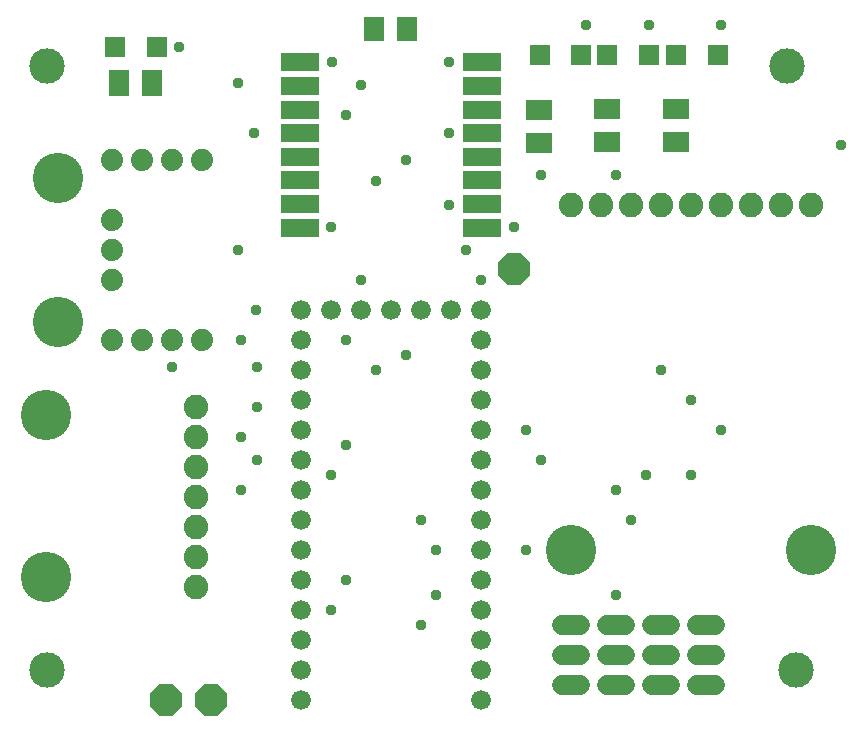
<source format=gbr>
G04 EAGLE Gerber RS-274X export*
G75*
%MOMM*%
%FSLAX34Y34*%
%LPD*%
%INSoldermask Top*%
%IPPOS*%
%AMOC8*
5,1,8,0,0,1.08239X$1,22.5*%
G01*
%ADD10C,3.003200*%
%ADD11C,1.727200*%
%ADD12R,1.703200X1.703200*%
%ADD13P,2.969212X8X22.500000*%
%ADD14R,1.803200X2.203200*%
%ADD15R,2.203200X1.803200*%
%ADD16C,1.676400*%
%ADD17C,4.267200*%
%ADD18C,2.082800*%
%ADD19C,1.879600*%
%ADD20R,3.203200X1.603200*%
%ADD21R,1.803200X2.003200*%
%ADD22C,0.959600*%


D10*
X52070Y562102D03*
X685800Y50800D03*
X678180Y562102D03*
X52070Y50800D03*
D11*
X487680Y88900D02*
X502920Y88900D01*
X502920Y63500D02*
X487680Y63500D01*
X487680Y38100D02*
X502920Y38100D01*
X525780Y88900D02*
X541020Y88900D01*
X541020Y63500D02*
X525780Y63500D01*
X525780Y38100D02*
X541020Y38100D01*
X563880Y88900D02*
X579120Y88900D01*
X579120Y63500D02*
X563880Y63500D01*
X563880Y38100D02*
X579120Y38100D01*
D12*
X144500Y577850D03*
X109500Y577850D03*
X503910Y571500D03*
X468910Y571500D03*
X561060Y571500D03*
X526060Y571500D03*
X619480Y571500D03*
X584480Y571500D03*
D13*
X190500Y25400D03*
X152400Y25400D03*
D14*
X141000Y547370D03*
X113000Y547370D03*
D15*
X468630Y496540D03*
X468630Y524540D03*
X525780Y497810D03*
X525780Y525810D03*
X584200Y497810D03*
X584200Y525810D03*
D16*
X419100Y25400D03*
X419100Y50800D03*
X419100Y76200D03*
X419100Y101600D03*
X419100Y127000D03*
X419100Y152400D03*
X419100Y177800D03*
X419100Y203200D03*
X419100Y228600D03*
X419100Y254000D03*
X419100Y279400D03*
X419100Y304800D03*
X419100Y330200D03*
X419100Y355600D03*
X393700Y355600D03*
X368300Y355600D03*
X342900Y355600D03*
X317500Y355600D03*
X292100Y355600D03*
X266700Y355600D03*
X266700Y330200D03*
X266700Y304800D03*
X266700Y279400D03*
X266700Y254000D03*
X266700Y228600D03*
X266700Y203200D03*
X266700Y177800D03*
X266700Y152400D03*
X266700Y127000D03*
X266700Y101600D03*
X266700Y76200D03*
X266700Y50800D03*
X266700Y25400D03*
D17*
X50800Y129540D03*
X50800Y266700D03*
D18*
X177800Y120650D03*
X177800Y146050D03*
X177800Y171450D03*
X177800Y196850D03*
X177800Y222250D03*
X177800Y247650D03*
X177800Y273050D03*
D17*
X698500Y152400D03*
X495300Y152400D03*
D18*
X698500Y444500D03*
X673100Y444500D03*
X647700Y444500D03*
X622300Y444500D03*
X596900Y444500D03*
X571500Y444500D03*
X546100Y444500D03*
X520700Y444500D03*
X495300Y444500D03*
D17*
X60960Y467360D03*
X60960Y345440D03*
D19*
X106680Y482600D03*
X132080Y482600D03*
X157480Y482600D03*
X182880Y482600D03*
X182880Y330200D03*
X157480Y330200D03*
X132080Y330200D03*
X106680Y330200D03*
X106680Y431800D03*
X106680Y406400D03*
X106680Y381000D03*
D20*
X265900Y565300D03*
X265900Y545300D03*
X265900Y525300D03*
X265900Y505300D03*
X265900Y485300D03*
X265900Y465300D03*
X265900Y445300D03*
X265900Y425300D03*
X419900Y425300D03*
X419900Y445300D03*
X419900Y465300D03*
X419900Y485300D03*
X419900Y505300D03*
X419900Y525300D03*
X419900Y545300D03*
X419900Y565300D03*
D13*
X447040Y389890D03*
D21*
X356900Y593090D03*
X328900Y593090D03*
D11*
X601980Y88900D02*
X617220Y88900D01*
X617220Y63500D02*
X601980Y63500D01*
X601980Y38100D02*
X617220Y38100D01*
D22*
X293370Y565150D03*
X292100Y425450D03*
X392430Y444500D03*
X163830Y577850D03*
X508000Y596900D03*
X561340Y596900D03*
X622300Y596900D03*
X392430Y565150D03*
X392430Y505460D03*
X215900Y247650D03*
X215900Y203200D03*
X215900Y330200D03*
X229870Y273050D03*
X229870Y228600D03*
X157480Y307340D03*
X229870Y307340D03*
X447040Y425450D03*
X419100Y381000D03*
X317500Y381000D03*
X317500Y546100D03*
X228600Y355600D03*
X227330Y505460D03*
X304800Y330200D03*
X304800Y520700D03*
X355600Y482600D03*
X355600Y317500D03*
X330200Y464820D03*
X330200Y304800D03*
X368300Y88900D03*
X368300Y177800D03*
X533400Y114300D03*
X381000Y114300D03*
X381000Y152400D03*
X304800Y241300D03*
X304800Y127000D03*
X596900Y215900D03*
X558800Y215900D03*
X292100Y215900D03*
X292100Y101600D03*
X213360Y547370D03*
X213360Y406400D03*
X406400Y406400D03*
X469900Y228600D03*
X469900Y469900D03*
X533400Y469900D03*
X533400Y203200D03*
X546100Y177800D03*
X723900Y495300D03*
X596900Y279400D03*
X571500Y304800D03*
X622300Y254000D03*
X457200Y254000D03*
X457200Y152400D03*
M02*

</source>
